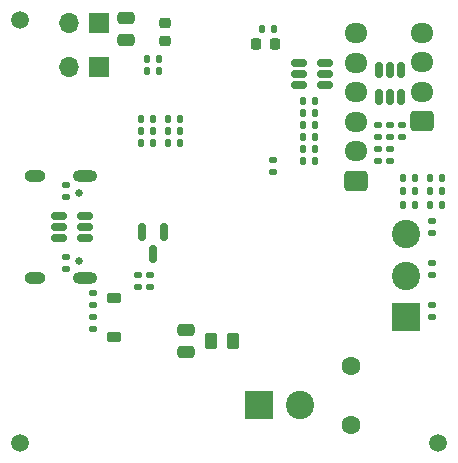
<source format=gbr>
%TF.GenerationSoftware,KiCad,Pcbnew,8.0.5*%
%TF.CreationDate,2024-09-12T15:57:09+03:00*%
%TF.ProjectId,Small_ESC,536d616c-6c5f-4455-9343-2e6b69636164,rev?*%
%TF.SameCoordinates,Original*%
%TF.FileFunction,Soldermask,Bot*%
%TF.FilePolarity,Negative*%
%FSLAX46Y46*%
G04 Gerber Fmt 4.6, Leading zero omitted, Abs format (unit mm)*
G04 Created by KiCad (PCBNEW 8.0.5) date 2024-09-12 15:57:09*
%MOMM*%
%LPD*%
G01*
G04 APERTURE LIST*
G04 Aperture macros list*
%AMRoundRect*
0 Rectangle with rounded corners*
0 $1 Rounding radius*
0 $2 $3 $4 $5 $6 $7 $8 $9 X,Y pos of 4 corners*
0 Add a 4 corners polygon primitive as box body*
4,1,4,$2,$3,$4,$5,$6,$7,$8,$9,$2,$3,0*
0 Add four circle primitives for the rounded corners*
1,1,$1+$1,$2,$3*
1,1,$1+$1,$4,$5*
1,1,$1+$1,$6,$7*
1,1,$1+$1,$8,$9*
0 Add four rect primitives between the rounded corners*
20,1,$1+$1,$2,$3,$4,$5,0*
20,1,$1+$1,$4,$5,$6,$7,0*
20,1,$1+$1,$6,$7,$8,$9,0*
20,1,$1+$1,$8,$9,$2,$3,0*%
G04 Aperture macros list end*
%ADD10C,0.650000*%
%ADD11O,2.100000X1.000000*%
%ADD12O,1.800000X1.000000*%
%ADD13RoundRect,0.250000X0.725000X-0.600000X0.725000X0.600000X-0.725000X0.600000X-0.725000X-0.600000X0*%
%ADD14O,1.950000X1.700000*%
%ADD15R,2.400000X2.400000*%
%ADD16C,2.400000*%
%ADD17R,1.700000X1.700000*%
%ADD18O,1.700000X1.700000*%
%ADD19C,1.600000*%
%ADD20RoundRect,0.135000X-0.185000X0.135000X-0.185000X-0.135000X0.185000X-0.135000X0.185000X0.135000X0*%
%ADD21RoundRect,0.135000X0.135000X0.185000X-0.135000X0.185000X-0.135000X-0.185000X0.135000X-0.185000X0*%
%ADD22RoundRect,0.250000X0.262500X0.450000X-0.262500X0.450000X-0.262500X-0.450000X0.262500X-0.450000X0*%
%ADD23RoundRect,0.150000X-0.512500X-0.150000X0.512500X-0.150000X0.512500X0.150000X-0.512500X0.150000X0*%
%ADD24RoundRect,0.135000X-0.135000X-0.185000X0.135000X-0.185000X0.135000X0.185000X-0.135000X0.185000X0*%
%ADD25RoundRect,0.250000X0.475000X-0.250000X0.475000X0.250000X-0.475000X0.250000X-0.475000X-0.250000X0*%
%ADD26C,1.500000*%
%ADD27RoundRect,0.135000X0.185000X-0.135000X0.185000X0.135000X-0.185000X0.135000X-0.185000X-0.135000X0*%
%ADD28RoundRect,0.140000X-0.170000X0.140000X-0.170000X-0.140000X0.170000X-0.140000X0.170000X0.140000X0*%
%ADD29RoundRect,0.140000X0.140000X0.170000X-0.140000X0.170000X-0.140000X-0.170000X0.140000X-0.170000X0*%
%ADD30RoundRect,0.150000X0.512500X0.150000X-0.512500X0.150000X-0.512500X-0.150000X0.512500X-0.150000X0*%
%ADD31RoundRect,0.140000X-0.140000X-0.170000X0.140000X-0.170000X0.140000X0.170000X-0.140000X0.170000X0*%
%ADD32RoundRect,0.225000X-0.225000X-0.250000X0.225000X-0.250000X0.225000X0.250000X-0.225000X0.250000X0*%
%ADD33RoundRect,0.225000X0.375000X-0.225000X0.375000X0.225000X-0.375000X0.225000X-0.375000X-0.225000X0*%
%ADD34RoundRect,0.150000X0.150000X-0.512500X0.150000X0.512500X-0.150000X0.512500X-0.150000X-0.512500X0*%
%ADD35RoundRect,0.225000X0.250000X-0.225000X0.250000X0.225000X-0.250000X0.225000X-0.250000X-0.225000X0*%
%ADD36RoundRect,0.150000X-0.150000X0.587500X-0.150000X-0.587500X0.150000X-0.587500X0.150000X0.587500X0*%
G04 APERTURE END LIST*
D10*
%TO.C,J1*%
X6415000Y22702000D03*
X6415000Y16922000D03*
D11*
X6915000Y24132000D03*
D12*
X2735000Y24132000D03*
D11*
X6915000Y15492000D03*
D12*
X2735000Y15492000D03*
%TD*%
D13*
%TO.C,J4*%
X35514000Y28762000D03*
D14*
X35514000Y31262000D03*
X35514000Y33762000D03*
X35514000Y36262000D03*
%TD*%
D13*
%TO.C,J5*%
X29926000Y23722000D03*
D14*
X29926000Y26222000D03*
X29926000Y28722000D03*
X29926000Y31222000D03*
X29926000Y33722000D03*
X29926000Y36222000D03*
%TD*%
D15*
%TO.C,J2*%
X34098000Y12192000D03*
D16*
X34098000Y15692000D03*
X34098000Y19192000D03*
%TD*%
D17*
%TO.C,SW2*%
X8133000Y37084000D03*
D18*
X5593000Y37084000D03*
%TD*%
D17*
%TO.C,SW1*%
X8133000Y33401000D03*
D18*
X5593000Y33401000D03*
%TD*%
D19*
%TO.C,C16*%
X29464000Y3048000D03*
X29464000Y8048000D03*
%TD*%
D15*
%TO.C,J3*%
X21646000Y4764000D03*
D16*
X25146000Y4764000D03*
%TD*%
D20*
%TO.C,R15*%
X32766000Y28450000D03*
X32766000Y27430000D03*
%TD*%
%TO.C,R28*%
X36322000Y13210000D03*
X36322000Y12190000D03*
%TD*%
D21*
%TO.C,R29*%
X37213000Y22860000D03*
X36193000Y22860000D03*
%TD*%
%TO.C,R19*%
X26401357Y29464000D03*
X25381357Y29464000D03*
%TD*%
%TO.C,R10*%
X26397431Y25400000D03*
X25377431Y25400000D03*
%TD*%
%TO.C,R13*%
X22989000Y36576000D03*
X21969000Y36576000D03*
%TD*%
D22*
%TO.C,R18*%
X19454500Y10160000D03*
X17629500Y10160000D03*
%TD*%
D23*
%TO.C,U1*%
X4704500Y18862000D03*
X4704500Y19812000D03*
X4704500Y20762000D03*
X6979500Y20762000D03*
X6979500Y19812000D03*
X6979500Y18862000D03*
%TD*%
D24*
%TO.C,R24*%
X33907000Y24003000D03*
X34927000Y24003000D03*
%TD*%
D20*
%TO.C,R33*%
X11430000Y15752000D03*
X11430000Y14732000D03*
%TD*%
D21*
%TO.C,R20*%
X26418000Y30480000D03*
X25398000Y30480000D03*
%TD*%
D25*
%TO.C,C6*%
X10414000Y35626000D03*
X10414000Y37526000D03*
%TD*%
D26*
%TO.C,FID4*%
X1422400Y37338000D03*
%TD*%
D20*
%TO.C,R30*%
X36322000Y16766000D03*
X36322000Y15746000D03*
%TD*%
%TO.C,R32*%
X36322000Y20322000D03*
X36322000Y19302000D03*
%TD*%
D27*
%TO.C,R17*%
X22860000Y24509000D03*
X22860000Y25529000D03*
%TD*%
D21*
%TO.C,R27*%
X37213000Y24003000D03*
X36193000Y24003000D03*
%TD*%
%TO.C,R21*%
X12700000Y28956000D03*
X11680000Y28956000D03*
%TD*%
%TO.C,R31*%
X37213000Y21717000D03*
X36193000Y21717000D03*
%TD*%
D25*
%TO.C,C20*%
X15494000Y9210000D03*
X15494000Y11110000D03*
%TD*%
D20*
%TO.C,R16*%
X33782000Y28450000D03*
X33782000Y27430000D03*
%TD*%
D28*
%TO.C,C17*%
X12446000Y15722000D03*
X12446000Y14762000D03*
%TD*%
D29*
%TO.C,C26*%
X13180000Y33020000D03*
X12220000Y33020000D03*
%TD*%
D21*
%TO.C,R14*%
X26412565Y28448000D03*
X25392565Y28448000D03*
%TD*%
D27*
%TO.C,R3*%
X7620000Y11174000D03*
X7620000Y12194000D03*
%TD*%
D26*
%TO.C,FID5*%
X1422400Y1524000D03*
%TD*%
D27*
%TO.C,R7*%
X31750000Y27430000D03*
X31750000Y28450000D03*
%TD*%
D29*
%TO.C,C7*%
X13180000Y34036000D03*
X12220000Y34036000D03*
%TD*%
D21*
%TO.C,R12*%
X26407433Y27432000D03*
X25387433Y27432000D03*
%TD*%
D20*
%TO.C,R4*%
X7620000Y14226000D03*
X7620000Y13206000D03*
%TD*%
D30*
%TO.C,U3*%
X27299500Y33716000D03*
X27299500Y32766000D03*
X27299500Y31816000D03*
X25024500Y31816000D03*
X25024500Y32766000D03*
X25024500Y33716000D03*
%TD*%
D20*
%TO.C,R8*%
X31750000Y26418000D03*
X31750000Y25398000D03*
%TD*%
D24*
%TO.C,R25*%
X33907000Y22860000D03*
X34927000Y22860000D03*
%TD*%
D20*
%TO.C,R5*%
X5334000Y23370000D03*
X5334000Y22350000D03*
%TD*%
D21*
%TO.C,R23*%
X12700000Y26924000D03*
X11680000Y26924000D03*
%TD*%
D31*
%TO.C,C25*%
X13996000Y26924000D03*
X14956000Y26924000D03*
%TD*%
D32*
%TO.C,C8*%
X21450000Y35306000D03*
X23000000Y35306000D03*
%TD*%
D20*
%TO.C,R9*%
X32766000Y26418000D03*
X32766000Y25398000D03*
%TD*%
D21*
%TO.C,R22*%
X12700000Y27940000D03*
X11680000Y27940000D03*
%TD*%
D33*
%TO.C,D1*%
X9398000Y10542000D03*
X9398000Y13842000D03*
%TD*%
D27*
%TO.C,R6*%
X5334000Y16254000D03*
X5334000Y17274000D03*
%TD*%
D24*
%TO.C,R26*%
X33907000Y21717000D03*
X34927000Y21717000D03*
%TD*%
D21*
%TO.C,R11*%
X26391187Y26416000D03*
X25371187Y26416000D03*
%TD*%
D31*
%TO.C,C24*%
X13996000Y27940000D03*
X14956000Y27940000D03*
%TD*%
D34*
%TO.C,U4*%
X33716000Y30866500D03*
X32766000Y30866500D03*
X31816000Y30866500D03*
X31816000Y33141500D03*
X32766000Y33141500D03*
X33716000Y33141500D03*
%TD*%
D26*
%TO.C,FID6*%
X36830000Y1524000D03*
%TD*%
D35*
%TO.C,C5*%
X13716000Y35547000D03*
X13716000Y37097000D03*
%TD*%
D36*
%TO.C,U2*%
X11750000Y19428700D03*
X13650000Y19428700D03*
X12700000Y17553700D03*
%TD*%
D31*
%TO.C,C23*%
X13996000Y28956000D03*
X14956000Y28956000D03*
%TD*%
M02*

</source>
